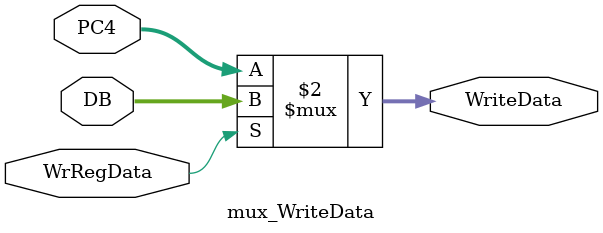
<source format=v>
`timescale 1ns / 1ps


module mux_WriteData(
    input [31:0] PC4,DB,
    input WrRegData,
    output [31:0] WriteData
    );
    assign WriteData = (WrRegData == 0)?PC4:DB;
endmodule

</source>
